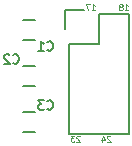
<source format=gbo>
G04 #@! TF.FileFunction,Legend,Bot*
%FSLAX46Y46*%
G04 Gerber Fmt 4.6, Leading zero omitted, Abs format (unit mm)*
G04 Created by KiCad (PCBNEW 4.0.2-stable) date Lundi 30 mai 2016 16:07:32*
%MOMM*%
G01*
G04 APERTURE LIST*
%ADD10C,0.100000*%
%ADD11C,0.125000*%
%ADD12C,0.150000*%
G04 APERTURE END LIST*
D10*
D11*
X60780952Y-45423810D02*
X60757142Y-45400000D01*
X60709523Y-45376190D01*
X60590476Y-45376190D01*
X60542857Y-45400000D01*
X60519047Y-45423810D01*
X60495238Y-45471429D01*
X60495238Y-45519048D01*
X60519047Y-45590476D01*
X60804761Y-45876190D01*
X60495238Y-45876190D01*
X60328571Y-45376190D02*
X60019048Y-45376190D01*
X60185714Y-45566667D01*
X60114286Y-45566667D01*
X60066667Y-45590476D01*
X60042857Y-45614286D01*
X60019048Y-45661905D01*
X60019048Y-45780952D01*
X60042857Y-45828571D01*
X60066667Y-45852381D01*
X60114286Y-45876190D01*
X60257143Y-45876190D01*
X60304762Y-45852381D01*
X60328571Y-45828571D01*
X63380952Y-45423810D02*
X63357142Y-45400000D01*
X63309523Y-45376190D01*
X63190476Y-45376190D01*
X63142857Y-45400000D01*
X63119047Y-45423810D01*
X63095238Y-45471429D01*
X63095238Y-45519048D01*
X63119047Y-45590476D01*
X63404761Y-45876190D01*
X63095238Y-45876190D01*
X62666667Y-45542857D02*
X62666667Y-45876190D01*
X62785714Y-45352381D02*
X62904762Y-45709524D01*
X62595238Y-45709524D01*
X64595238Y-34726190D02*
X64880952Y-34726190D01*
X64738095Y-34726190D02*
X64738095Y-34226190D01*
X64785714Y-34297619D01*
X64833333Y-34345238D01*
X64880952Y-34369048D01*
X64309524Y-34440476D02*
X64357143Y-34416667D01*
X64380952Y-34392857D01*
X64404762Y-34345238D01*
X64404762Y-34321429D01*
X64380952Y-34273810D01*
X64357143Y-34250000D01*
X64309524Y-34226190D01*
X64214286Y-34226190D01*
X64166667Y-34250000D01*
X64142857Y-34273810D01*
X64119048Y-34321429D01*
X64119048Y-34345238D01*
X64142857Y-34392857D01*
X64166667Y-34416667D01*
X64214286Y-34440476D01*
X64309524Y-34440476D01*
X64357143Y-34464286D01*
X64380952Y-34488095D01*
X64404762Y-34535714D01*
X64404762Y-34630952D01*
X64380952Y-34678571D01*
X64357143Y-34702381D01*
X64309524Y-34726190D01*
X64214286Y-34726190D01*
X64166667Y-34702381D01*
X64142857Y-34678571D01*
X64119048Y-34630952D01*
X64119048Y-34535714D01*
X64142857Y-34488095D01*
X64166667Y-34464286D01*
X64214286Y-34440476D01*
X61795238Y-34726190D02*
X62080952Y-34726190D01*
X61938095Y-34726190D02*
X61938095Y-34226190D01*
X61985714Y-34297619D01*
X62033333Y-34345238D01*
X62080952Y-34369048D01*
X61628571Y-34226190D02*
X61295238Y-34226190D01*
X61509524Y-34726190D01*
D12*
X57000000Y-37250000D02*
X56000000Y-37250000D01*
X56000000Y-35550000D02*
X57000000Y-35550000D01*
X57000000Y-41150000D02*
X56000000Y-41150000D01*
X56000000Y-39450000D02*
X57000000Y-39450000D01*
X57000000Y-45050000D02*
X56000000Y-45050000D01*
X56000000Y-43350000D02*
X57000000Y-43350000D01*
X59830000Y-37570000D02*
X59830000Y-45190000D01*
X59830000Y-45190000D02*
X64910000Y-45190000D01*
X64910000Y-45190000D02*
X64910000Y-35030000D01*
X64910000Y-35030000D02*
X62370000Y-35030000D01*
X59550000Y-36300000D02*
X59550000Y-34750000D01*
X62370000Y-35030000D02*
X62370000Y-37570000D01*
X62370000Y-37570000D02*
X59830000Y-37570000D01*
X59550000Y-34750000D02*
X61100000Y-34750000D01*
X58033333Y-38085714D02*
X58071428Y-38123810D01*
X58185714Y-38161905D01*
X58261904Y-38161905D01*
X58376190Y-38123810D01*
X58452381Y-38047619D01*
X58490476Y-37971429D01*
X58528571Y-37819048D01*
X58528571Y-37704762D01*
X58490476Y-37552381D01*
X58452381Y-37476190D01*
X58376190Y-37400000D01*
X58261904Y-37361905D01*
X58185714Y-37361905D01*
X58071428Y-37400000D01*
X58033333Y-37438095D01*
X57271428Y-38161905D02*
X57728571Y-38161905D01*
X57500000Y-38161905D02*
X57500000Y-37361905D01*
X57576190Y-37476190D01*
X57652381Y-37552381D01*
X57728571Y-37590476D01*
X55133333Y-39185714D02*
X55171428Y-39223810D01*
X55285714Y-39261905D01*
X55361904Y-39261905D01*
X55476190Y-39223810D01*
X55552381Y-39147619D01*
X55590476Y-39071429D01*
X55628571Y-38919048D01*
X55628571Y-38804762D01*
X55590476Y-38652381D01*
X55552381Y-38576190D01*
X55476190Y-38500000D01*
X55361904Y-38461905D01*
X55285714Y-38461905D01*
X55171428Y-38500000D01*
X55133333Y-38538095D01*
X54828571Y-38538095D02*
X54790476Y-38500000D01*
X54714285Y-38461905D01*
X54523809Y-38461905D01*
X54447619Y-38500000D01*
X54409523Y-38538095D01*
X54371428Y-38614286D01*
X54371428Y-38690476D01*
X54409523Y-38804762D01*
X54866666Y-39261905D01*
X54371428Y-39261905D01*
X58033333Y-43085714D02*
X58071428Y-43123810D01*
X58185714Y-43161905D01*
X58261904Y-43161905D01*
X58376190Y-43123810D01*
X58452381Y-43047619D01*
X58490476Y-42971429D01*
X58528571Y-42819048D01*
X58528571Y-42704762D01*
X58490476Y-42552381D01*
X58452381Y-42476190D01*
X58376190Y-42400000D01*
X58261904Y-42361905D01*
X58185714Y-42361905D01*
X58071428Y-42400000D01*
X58033333Y-42438095D01*
X57766666Y-42361905D02*
X57271428Y-42361905D01*
X57538095Y-42666667D01*
X57423809Y-42666667D01*
X57347619Y-42704762D01*
X57309523Y-42742857D01*
X57271428Y-42819048D01*
X57271428Y-43009524D01*
X57309523Y-43085714D01*
X57347619Y-43123810D01*
X57423809Y-43161905D01*
X57652381Y-43161905D01*
X57728571Y-43123810D01*
X57766666Y-43085714D01*
M02*

</source>
